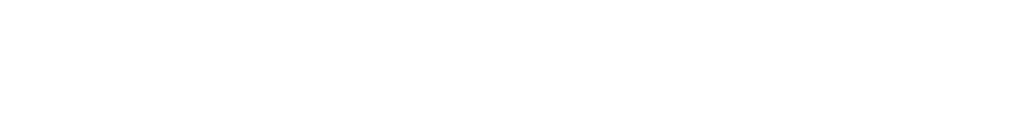
<source format=gbr>
%TF.GenerationSoftware,Altium Limited,Altium Designer,22.5.1 (42)*%
G04 Layer_Color=0*
%FSLAX26Y26*%
%MOIN*%
%TF.SameCoordinates,16E36816-DCA1-4F18-AD40-64303467345E*%
%TF.FilePolarity,Positive*%
%TF.FileFunction,Plated,1,3,Blind,Drill*%
%TF.Part,Single*%
G01*
G75*
%TA.AperFunction,ViaDrill,NotFilled*%
%ADD57C,0.003937*%
D57*
X4337401Y1663386D02*
D03*
Y1564961D02*
D03*
X3930315D02*
D03*
Y1663386D02*
D03*
X4402756Y1624016D02*
D03*
Y1604331D02*
D03*
X3864961D02*
D03*
Y1624016D02*
D03*
X6683071Y1607480D02*
D03*
X4835827Y1624016D02*
D03*
Y1604331D02*
D03*
X6702756Y1607480D02*
D03*
X1584646D02*
D03*
X1564961D02*
D03*
X3431890Y1604331D02*
D03*
Y1624016D02*
D03*
X3864961Y2214567D02*
D03*
Y2194882D02*
D03*
X4770472D02*
D03*
Y2214567D02*
D03*
X4402756Y2194882D02*
D03*
Y2214567D02*
D03*
X3497244D02*
D03*
Y2194882D02*
D03*
%TF.MD5,5e3b30fe4962d51c14977f35fa0ba2a9*%
M02*

</source>
